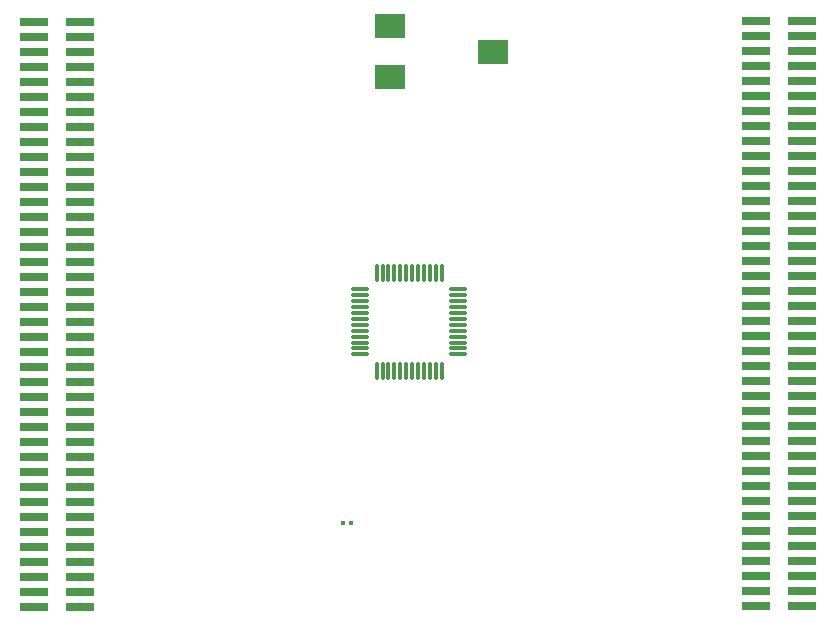
<source format=gbr>
%TF.GenerationSoftware,KiCad,Pcbnew,(7.0.0)*%
%TF.CreationDate,2023-06-01T13:02:33-06:00*%
%TF.ProjectId,V1,56312e6b-6963-4616-945f-706362585858,rev?*%
%TF.SameCoordinates,Original*%
%TF.FileFunction,Paste,Top*%
%TF.FilePolarity,Positive*%
%FSLAX46Y46*%
G04 Gerber Fmt 4.6, Leading zero omitted, Abs format (unit mm)*
G04 Created by KiCad (PCBNEW (7.0.0)) date 2023-06-01 13:02:33*
%MOMM*%
%LPD*%
G01*
G04 APERTURE LIST*
G04 Aperture macros list*
%AMRoundRect*
0 Rectangle with rounded corners*
0 $1 Rounding radius*
0 $2 $3 $4 $5 $6 $7 $8 $9 X,Y pos of 4 corners*
0 Add a 4 corners polygon primitive as box body*
4,1,4,$2,$3,$4,$5,$6,$7,$8,$9,$2,$3,0*
0 Add four circle primitives for the rounded corners*
1,1,$1+$1,$2,$3*
1,1,$1+$1,$4,$5*
1,1,$1+$1,$6,$7*
1,1,$1+$1,$8,$9*
0 Add four rect primitives between the rounded corners*
20,1,$1+$1,$2,$3,$4,$5,0*
20,1,$1+$1,$4,$5,$6,$7,0*
20,1,$1+$1,$6,$7,$8,$9,0*
20,1,$1+$1,$8,$9,$2,$3,0*%
G04 Aperture macros list end*
%ADD10RoundRect,0.079500X-0.079500X-0.100500X0.079500X-0.100500X0.079500X0.100500X-0.079500X0.100500X0*%
%ADD11R,2.400000X0.740000*%
%ADD12R,2.500000X2.000000*%
%ADD13RoundRect,0.075000X-0.662500X-0.075000X0.662500X-0.075000X0.662500X0.075000X-0.662500X0.075000X0*%
%ADD14RoundRect,0.075000X-0.075000X-0.662500X0.075000X-0.662500X0.075000X0.662500X-0.075000X0.662500X0*%
G04 APERTURE END LIST*
D10*
%TO.C,R1*%
X144555000Y-106000000D03*
X145245000Y-106000000D03*
%TD*%
D11*
%TO.C,J3*%
X179499999Y-63509999D03*
X183399999Y-63509999D03*
X179499999Y-64779999D03*
X183399999Y-64779999D03*
X179499999Y-66049999D03*
X183399999Y-66049999D03*
X179499999Y-67319999D03*
X183399999Y-67319999D03*
X179499999Y-68589999D03*
X183399999Y-68589999D03*
X179499999Y-69859999D03*
X183399999Y-69859999D03*
X179499999Y-71129999D03*
X183399999Y-71129999D03*
X179499999Y-72399999D03*
X183399999Y-72399999D03*
X179499999Y-73669999D03*
X183399999Y-73669999D03*
X179499999Y-74939999D03*
X183399999Y-74939999D03*
X179499999Y-76209999D03*
X183399999Y-76209999D03*
X179499999Y-77479999D03*
X183399999Y-77479999D03*
X179499999Y-78749999D03*
X183399999Y-78749999D03*
X179499999Y-80019999D03*
X183399999Y-80019999D03*
X179499999Y-81289999D03*
X183399999Y-81289999D03*
X179499999Y-82559999D03*
X183399999Y-82559999D03*
X179499999Y-83829999D03*
X183399999Y-83829999D03*
X179499999Y-85099999D03*
X183399999Y-85099999D03*
X179499999Y-86369999D03*
X183399999Y-86369999D03*
X179499999Y-87639999D03*
X183399999Y-87639999D03*
X179499999Y-88909999D03*
X183399999Y-88909999D03*
X179499999Y-90179999D03*
X183399999Y-90179999D03*
X179499999Y-91449999D03*
X183399999Y-91449999D03*
X179499999Y-92719999D03*
X183399999Y-92719999D03*
X179499999Y-93989999D03*
X183399999Y-93989999D03*
X179499999Y-95259999D03*
X183399999Y-95259999D03*
X179499999Y-96529999D03*
X183399999Y-96529999D03*
X179499999Y-97799999D03*
X183399999Y-97799999D03*
X179499999Y-99069999D03*
X183399999Y-99069999D03*
X179499999Y-100339999D03*
X183399999Y-100339999D03*
X179499999Y-101609999D03*
X183399999Y-101609999D03*
X179499999Y-102879999D03*
X183399999Y-102879999D03*
X179499999Y-104149999D03*
X183399999Y-104149999D03*
X179499999Y-105419999D03*
X183399999Y-105419999D03*
X179499999Y-106689999D03*
X183399999Y-106689999D03*
X179499999Y-107959999D03*
X183399999Y-107959999D03*
X179499999Y-109229999D03*
X183399999Y-109229999D03*
X179499999Y-110499999D03*
X183399999Y-110499999D03*
X179499999Y-111769999D03*
X183399999Y-111769999D03*
X179499999Y-113039999D03*
X183399999Y-113039999D03*
%TD*%
%TO.C,J2*%
X118399999Y-63549999D03*
X122299999Y-63549999D03*
X118399999Y-64819999D03*
X122299999Y-64819999D03*
X118399999Y-66089999D03*
X122299999Y-66089999D03*
X118399999Y-67359999D03*
X122299999Y-67359999D03*
X118399999Y-68629999D03*
X122299999Y-68629999D03*
X118399999Y-69899999D03*
X122299999Y-69899999D03*
X118399999Y-71169999D03*
X122299999Y-71169999D03*
X118399999Y-72439999D03*
X122299999Y-72439999D03*
X118399999Y-73709999D03*
X122299999Y-73709999D03*
X118399999Y-74979999D03*
X122299999Y-74979999D03*
X118399999Y-76249999D03*
X122299999Y-76249999D03*
X118399999Y-77519999D03*
X122299999Y-77519999D03*
X118399999Y-78789999D03*
X122299999Y-78789999D03*
X118399999Y-80059999D03*
X122299999Y-80059999D03*
X118399999Y-81329999D03*
X122299999Y-81329999D03*
X118399999Y-82599999D03*
X122299999Y-82599999D03*
X118399999Y-83869999D03*
X122299999Y-83869999D03*
X118399999Y-85139999D03*
X122299999Y-85139999D03*
X118399999Y-86409999D03*
X122299999Y-86409999D03*
X118399999Y-87679999D03*
X122299999Y-87679999D03*
X118399999Y-88949999D03*
X122299999Y-88949999D03*
X118399999Y-90219999D03*
X122299999Y-90219999D03*
X118399999Y-91489999D03*
X122299999Y-91489999D03*
X118399999Y-92759999D03*
X122299999Y-92759999D03*
X118399999Y-94029999D03*
X122299999Y-94029999D03*
X118399999Y-95299999D03*
X122299999Y-95299999D03*
X118399999Y-96569999D03*
X122299999Y-96569999D03*
X118399999Y-97839999D03*
X122299999Y-97839999D03*
X118399999Y-99109999D03*
X122299999Y-99109999D03*
X118399999Y-100379999D03*
X122299999Y-100379999D03*
X118399999Y-101649999D03*
X122299999Y-101649999D03*
X118399999Y-102919999D03*
X122299999Y-102919999D03*
X118399999Y-104189999D03*
X122299999Y-104189999D03*
X118399999Y-105459999D03*
X122299999Y-105459999D03*
X118399999Y-106729999D03*
X122299999Y-106729999D03*
X118399999Y-107999999D03*
X122299999Y-107999999D03*
X118399999Y-109269999D03*
X122299999Y-109269999D03*
X118399999Y-110539999D03*
X122299999Y-110539999D03*
X118399999Y-111809999D03*
X122299999Y-111809999D03*
X118399999Y-113079999D03*
X122299999Y-113079999D03*
%TD*%
D12*
%TO.C,10K1*%
X148574999Y-68249999D03*
X157224999Y-66099999D03*
X148574999Y-63949999D03*
%TD*%
D13*
%TO.C,U1*%
X145987500Y-86212500D03*
X145987500Y-86712500D03*
X145987500Y-87212500D03*
X145987500Y-87712500D03*
X145987500Y-88212500D03*
X145987500Y-88712500D03*
X145987500Y-89212500D03*
X145987500Y-89712500D03*
X145987500Y-90212500D03*
X145987500Y-90712500D03*
X145987500Y-91212500D03*
X145987500Y-91712500D03*
D14*
X147400000Y-93125000D03*
X147900000Y-93125000D03*
X148400000Y-93125000D03*
X148900000Y-93125000D03*
X149400000Y-93125000D03*
X149900000Y-93125000D03*
X150400000Y-93125000D03*
X150900000Y-93125000D03*
X151400000Y-93125000D03*
X151900000Y-93125000D03*
X152400000Y-93125000D03*
X152900000Y-93125000D03*
D13*
X154312500Y-91712500D03*
X154312500Y-91212500D03*
X154312500Y-90712500D03*
X154312500Y-90212500D03*
X154312500Y-89712500D03*
X154312500Y-89212500D03*
X154312500Y-88712500D03*
X154312500Y-88212500D03*
X154312500Y-87712500D03*
X154312500Y-87212500D03*
X154312500Y-86712500D03*
X154312500Y-86212500D03*
D14*
X152900000Y-84800000D03*
X152400000Y-84800000D03*
X151900000Y-84800000D03*
X151400000Y-84800000D03*
X150900000Y-84800000D03*
X150400000Y-84800000D03*
X149900000Y-84800000D03*
X149400000Y-84800000D03*
X148900000Y-84800000D03*
X148400000Y-84800000D03*
X147900000Y-84800000D03*
X147400000Y-84800000D03*
%TD*%
M02*

</source>
